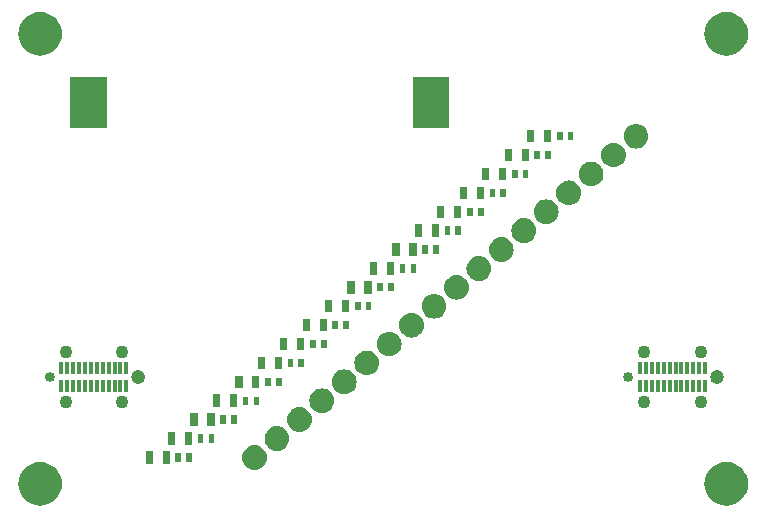
<source format=gbr>
%TF.GenerationSoftware,KiCad,Pcbnew,6.0.10-86aedd382b~118~ubuntu20.04.1*%
%TF.CreationDate,2023-02-21T16:43:21-08:00*%
%TF.ProjectId,CAD,4341442e-6b69-4636-9164-5f7063625858,rev?*%
%TF.SameCoordinates,Original*%
%TF.FileFunction,Soldermask,Top*%
%TF.FilePolarity,Negative*%
%FSLAX46Y46*%
G04 Gerber Fmt 4.6, Leading zero omitted, Abs format (unit mm)*
G04 Created by KiCad (PCBNEW 6.0.10-86aedd382b~118~ubuntu20.04.1) date 2023-02-21 16:43:21*
%MOMM*%
%LPD*%
G01*
G04 APERTURE LIST*
G04 Aperture macros list*
%AMRoundRect*
0 Rectangle with rounded corners*
0 $1 Rounding radius*
0 $2 $3 $4 $5 $6 $7 $8 $9 X,Y pos of 4 corners*
0 Add a 4 corners polygon primitive as box body*
4,1,4,$2,$3,$4,$5,$6,$7,$8,$9,$2,$3,0*
0 Add four circle primitives for the rounded corners*
1,1,$1+$1,$2,$3*
1,1,$1+$1,$4,$5*
1,1,$1+$1,$6,$7*
1,1,$1+$1,$8,$9*
0 Add four rect primitives between the rounded corners*
20,1,$1+$1,$2,$3,$4,$5,0*
20,1,$1+$1,$4,$5,$6,$7,0*
20,1,$1+$1,$6,$7,$8,$9,0*
20,1,$1+$1,$8,$9,$2,$3,0*%
G04 Aperture macros list end*
%ADD10C,2.402000*%
%ADD11C,0.852013*%
%ADD12C,1.202025*%
%ADD13C,1.102000*%
%ADD14RoundRect,0.051000X-0.150000X-0.475006X0.150000X-0.475006X0.150000X0.475006X-0.150000X0.475006X0*%
%ADD15RoundRect,0.051000X0.150000X0.475006X-0.150000X0.475006X-0.150000X-0.475006X0.150000X-0.475006X0*%
G04 APERTURE END LIST*
%TO.C,LED3*%
G36*
X123787132Y-122139286D02*
G01*
X123175000Y-122139286D01*
X123175000Y-121089286D01*
X123787132Y-121089286D01*
X123787132Y-122139286D01*
G37*
G36*
X125225000Y-122139286D02*
G01*
X124612868Y-122139286D01*
X124612868Y-121089286D01*
X125225000Y-121089286D01*
X125225000Y-122139286D01*
G37*
%TO.C,R7*%
G36*
X134700000Y-115564286D02*
G01*
X134219722Y-115564286D01*
X134219722Y-114864286D01*
X134700000Y-114864286D01*
X134700000Y-115564286D01*
G37*
G36*
X133780278Y-115564286D02*
G01*
X133300000Y-115564286D01*
X133300000Y-114864286D01*
X133780278Y-114864286D01*
X133780278Y-115564286D01*
G37*
%TO.C,R11*%
G36*
X142300000Y-109164286D02*
G01*
X141819722Y-109164286D01*
X141819722Y-108464286D01*
X142300000Y-108464286D01*
X142300000Y-109164286D01*
G37*
G36*
X141380278Y-109164286D02*
G01*
X140900000Y-109164286D01*
X140900000Y-108464286D01*
X141380278Y-108464286D01*
X141380278Y-109164286D01*
G37*
%TO.C,R16*%
G36*
X150880278Y-101164286D02*
G01*
X150400000Y-101164286D01*
X150400000Y-100464286D01*
X150880278Y-100464286D01*
X150880278Y-101164286D01*
G37*
G36*
X151800000Y-101164286D02*
G01*
X151319722Y-101164286D01*
X151319722Y-100464286D01*
X151800000Y-100464286D01*
X151800000Y-101164286D01*
G37*
%TO.C,*%
G36*
X155404845Y-101384461D02*
G01*
X155601818Y-101444212D01*
X155783349Y-101541243D01*
X155942462Y-101671824D01*
X156073043Y-101830937D01*
X156170074Y-102012468D01*
X156229825Y-102209441D01*
X156250000Y-102414286D01*
X156229825Y-102619131D01*
X156170074Y-102816104D01*
X156073043Y-102997635D01*
X155942462Y-103156748D01*
X155783349Y-103287329D01*
X155601818Y-103384360D01*
X155404845Y-103444111D01*
X155200000Y-103464286D01*
X154995155Y-103444111D01*
X154798182Y-103384360D01*
X154616651Y-103287329D01*
X154457538Y-103156748D01*
X154326957Y-102997635D01*
X154229926Y-102816104D01*
X154170175Y-102619131D01*
X154150000Y-102414286D01*
X154170175Y-102209441D01*
X154229926Y-102012468D01*
X154326957Y-101830937D01*
X154457538Y-101671824D01*
X154616651Y-101541243D01*
X154798182Y-101444212D01*
X154995155Y-101384461D01*
X155200000Y-101364286D01*
X155404845Y-101384461D01*
G37*
%TO.C,LED1*%
G36*
X121425000Y-125339286D02*
G01*
X120812868Y-125339286D01*
X120812868Y-124289286D01*
X121425000Y-124289286D01*
X121425000Y-125339286D01*
G37*
G36*
X119987132Y-125339286D02*
G01*
X119375000Y-125339286D01*
X119375000Y-124289286D01*
X119987132Y-124289286D01*
X119987132Y-125339286D01*
G37*
%TO.C,R1*%
G36*
X123300000Y-125164286D02*
G01*
X122819722Y-125164286D01*
X122819722Y-124464286D01*
X123300000Y-124464286D01*
X123300000Y-125164286D01*
G37*
G36*
X122380278Y-125164286D02*
G01*
X121900000Y-125164286D01*
X121900000Y-124464286D01*
X122380278Y-124464286D01*
X122380278Y-125164286D01*
G37*
%TO.C,*%
G36*
X130704845Y-122184461D02*
G01*
X130901818Y-122244212D01*
X131083349Y-122341243D01*
X131242462Y-122471824D01*
X131373043Y-122630937D01*
X131470074Y-122812468D01*
X131529825Y-123009441D01*
X131550000Y-123214286D01*
X131529825Y-123419131D01*
X131470074Y-123616104D01*
X131373043Y-123797635D01*
X131242462Y-123956748D01*
X131083349Y-124087329D01*
X130901818Y-124184360D01*
X130704845Y-124244111D01*
X130500000Y-124264286D01*
X130295155Y-124244111D01*
X130098182Y-124184360D01*
X129916651Y-124087329D01*
X129757538Y-123956748D01*
X129626957Y-123797635D01*
X129529926Y-123616104D01*
X129470175Y-123419131D01*
X129450000Y-123214286D01*
X129470175Y-123009441D01*
X129529926Y-122812468D01*
X129626957Y-122630937D01*
X129757538Y-122471824D01*
X129916651Y-122341243D01*
X130098182Y-122244212D01*
X130295155Y-122184461D01*
X130500000Y-122164286D01*
X130704845Y-122184461D01*
G37*
G36*
X153504845Y-102984461D02*
G01*
X153701818Y-103044212D01*
X153883349Y-103141243D01*
X154042462Y-103271824D01*
X154173043Y-103430937D01*
X154270074Y-103612468D01*
X154329825Y-103809441D01*
X154350000Y-104014286D01*
X154329825Y-104219131D01*
X154270074Y-104416104D01*
X154173043Y-104597635D01*
X154042462Y-104756748D01*
X153883349Y-104887329D01*
X153701818Y-104984360D01*
X153504845Y-105044111D01*
X153300000Y-105064286D01*
X153095155Y-105044111D01*
X152898182Y-104984360D01*
X152716651Y-104887329D01*
X152557538Y-104756748D01*
X152426957Y-104597635D01*
X152329926Y-104416104D01*
X152270175Y-104219131D01*
X152250000Y-104014286D01*
X152270175Y-103809441D01*
X152329926Y-103612468D01*
X152426957Y-103430937D01*
X152557538Y-103271824D01*
X152716651Y-103141243D01*
X152898182Y-103044212D01*
X153095155Y-102984461D01*
X153300000Y-102964286D01*
X153504845Y-102984461D01*
G37*
%TO.C,R5*%
G36*
X129980278Y-118764286D02*
G01*
X129500000Y-118764286D01*
X129500000Y-118064286D01*
X129980278Y-118064286D01*
X129980278Y-118764286D01*
G37*
G36*
X130900000Y-118764286D02*
G01*
X130419722Y-118764286D01*
X130419722Y-118064286D01*
X130900000Y-118064286D01*
X130900000Y-118764286D01*
G37*
%TO.C,LED7*%
G36*
X132825000Y-115739286D02*
G01*
X132212868Y-115739286D01*
X132212868Y-114689286D01*
X132825000Y-114689286D01*
X132825000Y-115739286D01*
G37*
G36*
X131387132Y-115739286D02*
G01*
X130775000Y-115739286D01*
X130775000Y-114689286D01*
X131387132Y-114689286D01*
X131387132Y-115739286D01*
G37*
%TO.C,LED15*%
G36*
X146587132Y-102939286D02*
G01*
X145975000Y-102939286D01*
X145975000Y-101889286D01*
X146587132Y-101889286D01*
X146587132Y-102939286D01*
G37*
G36*
X148025000Y-102939286D02*
G01*
X147412868Y-102939286D01*
X147412868Y-101889286D01*
X148025000Y-101889286D01*
X148025000Y-102939286D01*
G37*
%TO.C,*%
G36*
X136404845Y-117384461D02*
G01*
X136601818Y-117444212D01*
X136783349Y-117541243D01*
X136942462Y-117671824D01*
X137073043Y-117830937D01*
X137170074Y-118012468D01*
X137229825Y-118209441D01*
X137250000Y-118414286D01*
X137229825Y-118619131D01*
X137170074Y-118816104D01*
X137073043Y-118997635D01*
X136942462Y-119156748D01*
X136783349Y-119287329D01*
X136601818Y-119384360D01*
X136404845Y-119444111D01*
X136200000Y-119464286D01*
X135995155Y-119444111D01*
X135798182Y-119384360D01*
X135616651Y-119287329D01*
X135457538Y-119156748D01*
X135326957Y-118997635D01*
X135229926Y-118816104D01*
X135170175Y-118619131D01*
X135150000Y-118414286D01*
X135170175Y-118209441D01*
X135229926Y-118012468D01*
X135326957Y-117830937D01*
X135457538Y-117671824D01*
X135616651Y-117541243D01*
X135798182Y-117444212D01*
X135995155Y-117384461D01*
X136200000Y-117364286D01*
X136404845Y-117384461D01*
G37*
G36*
X149704845Y-106184461D02*
G01*
X149901818Y-106244212D01*
X150083349Y-106341243D01*
X150242462Y-106471824D01*
X150373043Y-106630937D01*
X150470074Y-106812468D01*
X150529825Y-107009441D01*
X150550000Y-107214286D01*
X150529825Y-107419131D01*
X150470074Y-107616104D01*
X150373043Y-107797635D01*
X150242462Y-107956748D01*
X150083349Y-108087329D01*
X149901818Y-108184360D01*
X149704845Y-108244111D01*
X149500000Y-108264286D01*
X149295155Y-108244111D01*
X149098182Y-108184360D01*
X148916651Y-108087329D01*
X148757538Y-107956748D01*
X148626957Y-107797635D01*
X148529926Y-107616104D01*
X148470175Y-107419131D01*
X148450000Y-107214286D01*
X148470175Y-107009441D01*
X148529926Y-106812468D01*
X148626957Y-106630937D01*
X148757538Y-106471824D01*
X148916651Y-106341243D01*
X149098182Y-106244212D01*
X149295155Y-106184461D01*
X149500000Y-106164286D01*
X149704845Y-106184461D01*
G37*
%TO.C,R14*%
G36*
X147080278Y-104364286D02*
G01*
X146600000Y-104364286D01*
X146600000Y-103664286D01*
X147080278Y-103664286D01*
X147080278Y-104364286D01*
G37*
G36*
X148000000Y-104364286D02*
G01*
X147519722Y-104364286D01*
X147519722Y-103664286D01*
X148000000Y-103664286D01*
X148000000Y-104364286D01*
G37*
%TO.C,*%
G36*
X159204845Y-98184461D02*
G01*
X159401818Y-98244212D01*
X159583349Y-98341243D01*
X159742462Y-98471824D01*
X159873043Y-98630937D01*
X159970074Y-98812468D01*
X160029825Y-99009441D01*
X160050000Y-99214286D01*
X160029825Y-99419131D01*
X159970074Y-99616104D01*
X159873043Y-99797635D01*
X159742462Y-99956748D01*
X159583349Y-100087329D01*
X159401818Y-100184360D01*
X159204845Y-100244111D01*
X159000000Y-100264286D01*
X158795155Y-100244111D01*
X158598182Y-100184360D01*
X158416651Y-100087329D01*
X158257538Y-99956748D01*
X158126957Y-99797635D01*
X158029926Y-99616104D01*
X157970175Y-99419131D01*
X157950000Y-99214286D01*
X157970175Y-99009441D01*
X158029926Y-98812468D01*
X158126957Y-98630937D01*
X158257538Y-98471824D01*
X158416651Y-98341243D01*
X158598182Y-98244212D01*
X158795155Y-98184461D01*
X159000000Y-98164286D01*
X159204845Y-98184461D01*
G37*
%TO.C,LED5*%
G36*
X127587132Y-118939286D02*
G01*
X126975000Y-118939286D01*
X126975000Y-117889286D01*
X127587132Y-117889286D01*
X127587132Y-118939286D01*
G37*
G36*
X129025000Y-118939286D02*
G01*
X128412868Y-118939286D01*
X128412868Y-117889286D01*
X129025000Y-117889286D01*
X129025000Y-118939286D01*
G37*
%TO.C,LED4*%
G36*
X127125000Y-120539286D02*
G01*
X126512868Y-120539286D01*
X126512868Y-119489286D01*
X127125000Y-119489286D01*
X127125000Y-120539286D01*
G37*
G36*
X125687132Y-120539286D02*
G01*
X125075000Y-120539286D01*
X125075000Y-119489286D01*
X125687132Y-119489286D01*
X125687132Y-120539286D01*
G37*
%TO.C,*%
G36*
X140204845Y-114184461D02*
G01*
X140401818Y-114244212D01*
X140583349Y-114341243D01*
X140742462Y-114471824D01*
X140873043Y-114630937D01*
X140970074Y-114812468D01*
X141029825Y-115009441D01*
X141050000Y-115214286D01*
X141029825Y-115419131D01*
X140970074Y-115616104D01*
X140873043Y-115797635D01*
X140742462Y-115956748D01*
X140583349Y-116087329D01*
X140401818Y-116184360D01*
X140204845Y-116244111D01*
X140000000Y-116264286D01*
X139795155Y-116244111D01*
X139598182Y-116184360D01*
X139416651Y-116087329D01*
X139257538Y-115956748D01*
X139126957Y-115797635D01*
X139029926Y-115616104D01*
X138970175Y-115419131D01*
X138950000Y-115214286D01*
X138970175Y-115009441D01*
X139029926Y-114812468D01*
X139126957Y-114630937D01*
X139257538Y-114471824D01*
X139416651Y-114341243D01*
X139598182Y-114244212D01*
X139795155Y-114184461D01*
X140000000Y-114164286D01*
X140204845Y-114184461D01*
G37*
%TO.C,LED13*%
G36*
X142787132Y-106139286D02*
G01*
X142175000Y-106139286D01*
X142175000Y-105089286D01*
X142787132Y-105089286D01*
X142787132Y-106139286D01*
G37*
G36*
X144225000Y-106139286D02*
G01*
X143612868Y-106139286D01*
X143612868Y-105089286D01*
X144225000Y-105089286D01*
X144225000Y-106139286D01*
G37*
%TO.C,LED2*%
G36*
X123325000Y-123739286D02*
G01*
X122712868Y-123739286D01*
X122712868Y-122689286D01*
X123325000Y-122689286D01*
X123325000Y-123739286D01*
G37*
G36*
X121887132Y-123739286D02*
G01*
X121275000Y-123739286D01*
X121275000Y-122689286D01*
X121887132Y-122689286D01*
X121887132Y-123739286D01*
G37*
%TO.C,LED9*%
G36*
X135187132Y-112539286D02*
G01*
X134575000Y-112539286D01*
X134575000Y-111489286D01*
X135187132Y-111489286D01*
X135187132Y-112539286D01*
G37*
G36*
X136625000Y-112539286D02*
G01*
X136012868Y-112539286D01*
X136012868Y-111489286D01*
X136625000Y-111489286D01*
X136625000Y-112539286D01*
G37*
%TO.C,R2*%
G36*
X124280278Y-123564286D02*
G01*
X123800000Y-123564286D01*
X123800000Y-122864286D01*
X124280278Y-122864286D01*
X124280278Y-123564286D01*
G37*
G36*
X125200000Y-123564286D02*
G01*
X124719722Y-123564286D01*
X124719722Y-122864286D01*
X125200000Y-122864286D01*
X125200000Y-123564286D01*
G37*
%TO.C,*%
G36*
X161104845Y-96584461D02*
G01*
X161301818Y-96644212D01*
X161483349Y-96741243D01*
X161642462Y-96871824D01*
X161773043Y-97030937D01*
X161870074Y-97212468D01*
X161929825Y-97409441D01*
X161950000Y-97614286D01*
X161929825Y-97819131D01*
X161870074Y-98016104D01*
X161773043Y-98197635D01*
X161642462Y-98356748D01*
X161483349Y-98487329D01*
X161301818Y-98584360D01*
X161104845Y-98644111D01*
X160900000Y-98664286D01*
X160695155Y-98644111D01*
X160498182Y-98584360D01*
X160316651Y-98487329D01*
X160157538Y-98356748D01*
X160026957Y-98197635D01*
X159929926Y-98016104D01*
X159870175Y-97819131D01*
X159850000Y-97614286D01*
X159870175Y-97409441D01*
X159929926Y-97212468D01*
X160026957Y-97030937D01*
X160157538Y-96871824D01*
X160316651Y-96741243D01*
X160498182Y-96644212D01*
X160695155Y-96584461D01*
X160900000Y-96564286D01*
X161104845Y-96584461D01*
G37*
%TO.C,LED16*%
G36*
X148487132Y-101339286D02*
G01*
X147875000Y-101339286D01*
X147875000Y-100289286D01*
X148487132Y-100289286D01*
X148487132Y-101339286D01*
G37*
G36*
X149925000Y-101339286D02*
G01*
X149312868Y-101339286D01*
X149312868Y-100289286D01*
X149925000Y-100289286D01*
X149925000Y-101339286D01*
G37*
%TO.C,B1*%
G36*
X116082000Y-96892000D02*
G01*
X112982000Y-96892000D01*
X112982000Y-92592000D01*
X116082000Y-92592000D01*
X116082000Y-96892000D01*
G37*
G36*
X145082000Y-96892000D02*
G01*
X141982000Y-96892000D01*
X141982000Y-92592000D01*
X145082000Y-92592000D01*
X145082000Y-96892000D01*
G37*
%TO.C,*%
G36*
X132604845Y-120584461D02*
G01*
X132801818Y-120644212D01*
X132983349Y-120741243D01*
X133142462Y-120871824D01*
X133273043Y-121030937D01*
X133370074Y-121212468D01*
X133429825Y-121409441D01*
X133450000Y-121614286D01*
X133429825Y-121819131D01*
X133370074Y-122016104D01*
X133273043Y-122197635D01*
X133142462Y-122356748D01*
X132983349Y-122487329D01*
X132801818Y-122584360D01*
X132604845Y-122644111D01*
X132400000Y-122664286D01*
X132195155Y-122644111D01*
X131998182Y-122584360D01*
X131816651Y-122487329D01*
X131657538Y-122356748D01*
X131526957Y-122197635D01*
X131429926Y-122016104D01*
X131370175Y-121819131D01*
X131350000Y-121614286D01*
X131370175Y-121409441D01*
X131429926Y-121212468D01*
X131526957Y-121030937D01*
X131657538Y-120871824D01*
X131816651Y-120741243D01*
X131998182Y-120644212D01*
X132195155Y-120584461D01*
X132400000Y-120564286D01*
X132604845Y-120584461D01*
G37*
%TO.C,R9*%
G36*
X138500000Y-112364286D02*
G01*
X138019722Y-112364286D01*
X138019722Y-111664286D01*
X138500000Y-111664286D01*
X138500000Y-112364286D01*
G37*
G36*
X137580278Y-112364286D02*
G01*
X137100000Y-112364286D01*
X137100000Y-111664286D01*
X137580278Y-111664286D01*
X137580278Y-112364286D01*
G37*
%TO.C,*%
G36*
X157304845Y-99784461D02*
G01*
X157501818Y-99844212D01*
X157683349Y-99941243D01*
X157842462Y-100071824D01*
X157973043Y-100230937D01*
X158070074Y-100412468D01*
X158129825Y-100609441D01*
X158150000Y-100814286D01*
X158129825Y-101019131D01*
X158070074Y-101216104D01*
X157973043Y-101397635D01*
X157842462Y-101556748D01*
X157683349Y-101687329D01*
X157501818Y-101784360D01*
X157304845Y-101844111D01*
X157100000Y-101864286D01*
X156895155Y-101844111D01*
X156698182Y-101784360D01*
X156516651Y-101687329D01*
X156357538Y-101556748D01*
X156226957Y-101397635D01*
X156129926Y-101216104D01*
X156070175Y-101019131D01*
X156050000Y-100814286D01*
X156070175Y-100609441D01*
X156129926Y-100412468D01*
X156226957Y-100230937D01*
X156357538Y-100071824D01*
X156516651Y-99941243D01*
X156698182Y-99844212D01*
X156895155Y-99784461D01*
X157100000Y-99764286D01*
X157304845Y-99784461D01*
G37*
%TO.C,R3*%
G36*
X126180278Y-121964286D02*
G01*
X125700000Y-121964286D01*
X125700000Y-121264286D01*
X126180278Y-121264286D01*
X126180278Y-121964286D01*
G37*
G36*
X127100000Y-121964286D02*
G01*
X126619722Y-121964286D01*
X126619722Y-121264286D01*
X127100000Y-121264286D01*
X127100000Y-121964286D01*
G37*
%TO.C,LED8*%
G36*
X134725000Y-114139286D02*
G01*
X134112868Y-114139286D01*
X134112868Y-113089286D01*
X134725000Y-113089286D01*
X134725000Y-114139286D01*
G37*
G36*
X133287132Y-114139286D02*
G01*
X132675000Y-114139286D01*
X132675000Y-113089286D01*
X133287132Y-113089286D01*
X133287132Y-114139286D01*
G37*
%TO.C,*%
G36*
X128804845Y-123784461D02*
G01*
X129001818Y-123844212D01*
X129183349Y-123941243D01*
X129342462Y-124071824D01*
X129473043Y-124230937D01*
X129570074Y-124412468D01*
X129629825Y-124609441D01*
X129650000Y-124814286D01*
X129629825Y-125019131D01*
X129570074Y-125216104D01*
X129473043Y-125397635D01*
X129342462Y-125556748D01*
X129183349Y-125687329D01*
X129001818Y-125784360D01*
X128804845Y-125844111D01*
X128600000Y-125864286D01*
X128395155Y-125844111D01*
X128198182Y-125784360D01*
X128016651Y-125687329D01*
X127857538Y-125556748D01*
X127726957Y-125397635D01*
X127629926Y-125216104D01*
X127570175Y-125019131D01*
X127550000Y-124814286D01*
X127570175Y-124609441D01*
X127629926Y-124412468D01*
X127726957Y-124230937D01*
X127857538Y-124071824D01*
X128016651Y-123941243D01*
X128198182Y-123844212D01*
X128395155Y-123784461D01*
X128600000Y-123764286D01*
X128804845Y-123784461D01*
G37*
%TO.C,LED6*%
G36*
X129487132Y-117339286D02*
G01*
X128875000Y-117339286D01*
X128875000Y-116289286D01*
X129487132Y-116289286D01*
X129487132Y-117339286D01*
G37*
G36*
X130925000Y-117339286D02*
G01*
X130312868Y-117339286D01*
X130312868Y-116289286D01*
X130925000Y-116289286D01*
X130925000Y-117339286D01*
G37*
%TO.C,R12*%
G36*
X144200000Y-107564286D02*
G01*
X143719722Y-107564286D01*
X143719722Y-106864286D01*
X144200000Y-106864286D01*
X144200000Y-107564286D01*
G37*
G36*
X143280278Y-107564286D02*
G01*
X142800000Y-107564286D01*
X142800000Y-106864286D01*
X143280278Y-106864286D01*
X143280278Y-107564286D01*
G37*
%TO.C,LED18*%
G36*
X152287132Y-98139286D02*
G01*
X151675000Y-98139286D01*
X151675000Y-97089286D01*
X152287132Y-97089286D01*
X152287132Y-98139286D01*
G37*
G36*
X153725000Y-98139286D02*
G01*
X153112868Y-98139286D01*
X153112868Y-97089286D01*
X153725000Y-97089286D01*
X153725000Y-98139286D01*
G37*
%TO.C,LED17*%
G36*
X150387132Y-99739286D02*
G01*
X149775000Y-99739286D01*
X149775000Y-98689286D01*
X150387132Y-98689286D01*
X150387132Y-99739286D01*
G37*
G36*
X151825000Y-99739286D02*
G01*
X151212868Y-99739286D01*
X151212868Y-98689286D01*
X151825000Y-98689286D01*
X151825000Y-99739286D01*
G37*
%TO.C,LED10*%
G36*
X137087132Y-110939286D02*
G01*
X136475000Y-110939286D01*
X136475000Y-109889286D01*
X137087132Y-109889286D01*
X137087132Y-110939286D01*
G37*
G36*
X138525000Y-110939286D02*
G01*
X137912868Y-110939286D01*
X137912868Y-109889286D01*
X138525000Y-109889286D01*
X138525000Y-110939286D01*
G37*
%TO.C,*%
G36*
X110810917Y-125235547D02*
G01*
X111157964Y-125340823D01*
X111477805Y-125511781D01*
X111758148Y-125741852D01*
X111988219Y-126022195D01*
X112159177Y-126342036D01*
X112264453Y-126689083D01*
X112300000Y-127050000D01*
X112264453Y-127410917D01*
X112159177Y-127757964D01*
X111988219Y-128077805D01*
X111758148Y-128358148D01*
X111477805Y-128588219D01*
X111157964Y-128759177D01*
X110810917Y-128864453D01*
X110450000Y-128900000D01*
X110089083Y-128864453D01*
X109742036Y-128759177D01*
X109422195Y-128588219D01*
X109141852Y-128358148D01*
X108911781Y-128077805D01*
X108740823Y-127757964D01*
X108635547Y-127410917D01*
X108600000Y-127050000D01*
X108635547Y-126689083D01*
X108740823Y-126342036D01*
X108911781Y-126022195D01*
X109141852Y-125741852D01*
X109422195Y-125511781D01*
X109742036Y-125340823D01*
X110089083Y-125235547D01*
X110450000Y-125200000D01*
X110810917Y-125235547D01*
G37*
%TO.C,R10*%
G36*
X139480278Y-110764286D02*
G01*
X139000000Y-110764286D01*
X139000000Y-110064286D01*
X139480278Y-110064286D01*
X139480278Y-110764286D01*
G37*
G36*
X140400000Y-110764286D02*
G01*
X139919722Y-110764286D01*
X139919722Y-110064286D01*
X140400000Y-110064286D01*
X140400000Y-110764286D01*
G37*
%TO.C,*%
G36*
X168910917Y-125235547D02*
G01*
X169257964Y-125340823D01*
X169577805Y-125511781D01*
X169858148Y-125741852D01*
X170088219Y-126022195D01*
X170259177Y-126342036D01*
X170364453Y-126689083D01*
X170400000Y-127050000D01*
X170364453Y-127410917D01*
X170259177Y-127757964D01*
X170088219Y-128077805D01*
X169858148Y-128358148D01*
X169577805Y-128588219D01*
X169257964Y-128759177D01*
X168910917Y-128864453D01*
X168550000Y-128900000D01*
X168189083Y-128864453D01*
X167842036Y-128759177D01*
X167522195Y-128588219D01*
X167241852Y-128358148D01*
X167011781Y-128077805D01*
X166840823Y-127757964D01*
X166735547Y-127410917D01*
X166700000Y-127050000D01*
X166735547Y-126689083D01*
X166840823Y-126342036D01*
X167011781Y-126022195D01*
X167241852Y-125741852D01*
X167522195Y-125511781D01*
X167842036Y-125340823D01*
X168189083Y-125235547D01*
X168550000Y-125200000D01*
X168910917Y-125235547D01*
G37*
%TO.C,LED14*%
G36*
X144687132Y-104539286D02*
G01*
X144075000Y-104539286D01*
X144075000Y-103489286D01*
X144687132Y-103489286D01*
X144687132Y-104539286D01*
G37*
G36*
X146125000Y-104539286D02*
G01*
X145512868Y-104539286D01*
X145512868Y-103489286D01*
X146125000Y-103489286D01*
X146125000Y-104539286D01*
G37*
%TO.C,R17*%
G36*
X152780278Y-99564286D02*
G01*
X152300000Y-99564286D01*
X152300000Y-98864286D01*
X152780278Y-98864286D01*
X152780278Y-99564286D01*
G37*
G36*
X153700000Y-99564286D02*
G01*
X153219722Y-99564286D01*
X153219722Y-98864286D01*
X153700000Y-98864286D01*
X153700000Y-99564286D01*
G37*
%TO.C,R18*%
G36*
X154680278Y-97964286D02*
G01*
X154200000Y-97964286D01*
X154200000Y-97264286D01*
X154680278Y-97264286D01*
X154680278Y-97964286D01*
G37*
G36*
X155600000Y-97964286D02*
G01*
X155119722Y-97964286D01*
X155119722Y-97264286D01*
X155600000Y-97264286D01*
X155600000Y-97964286D01*
G37*
%TO.C,*%
G36*
X138304845Y-115784461D02*
G01*
X138501818Y-115844212D01*
X138683349Y-115941243D01*
X138842462Y-116071824D01*
X138973043Y-116230937D01*
X139070074Y-116412468D01*
X139129825Y-116609441D01*
X139150000Y-116814286D01*
X139129825Y-117019131D01*
X139070074Y-117216104D01*
X138973043Y-117397635D01*
X138842462Y-117556748D01*
X138683349Y-117687329D01*
X138501818Y-117784360D01*
X138304845Y-117844111D01*
X138100000Y-117864286D01*
X137895155Y-117844111D01*
X137698182Y-117784360D01*
X137516651Y-117687329D01*
X137357538Y-117556748D01*
X137226957Y-117397635D01*
X137129926Y-117216104D01*
X137070175Y-117019131D01*
X137050000Y-116814286D01*
X137070175Y-116609441D01*
X137129926Y-116412468D01*
X137226957Y-116230937D01*
X137357538Y-116071824D01*
X137516651Y-115941243D01*
X137698182Y-115844212D01*
X137895155Y-115784461D01*
X138100000Y-115764286D01*
X138304845Y-115784461D01*
G37*
%TO.C,J2*%
G36*
X167858356Y-117463096D02*
G01*
X167961535Y-117494395D01*
X168056625Y-117545221D01*
X168139972Y-117613622D01*
X168208373Y-117696969D01*
X168259199Y-117792059D01*
X168290498Y-117895238D01*
X168301067Y-118002540D01*
X168290498Y-118109842D01*
X168259199Y-118213021D01*
X168208373Y-118308111D01*
X168139972Y-118391458D01*
X168056625Y-118459859D01*
X167961535Y-118510685D01*
X167858356Y-118541984D01*
X167751054Y-118552553D01*
X167643752Y-118541984D01*
X167540573Y-118510685D01*
X167445483Y-118459859D01*
X167362136Y-118391458D01*
X167293735Y-118308111D01*
X167242909Y-118213021D01*
X167211610Y-118109842D01*
X167201042Y-118002540D01*
X167211610Y-117895238D01*
X167242909Y-117792059D01*
X167293735Y-117696969D01*
X167362136Y-117613622D01*
X167445483Y-117545221D01*
X167540573Y-117494395D01*
X167643752Y-117463096D01*
X167751054Y-117452527D01*
X167858356Y-117463096D01*
G37*
G36*
X160324087Y-117632199D02*
G01*
X160394436Y-117653539D01*
X160459269Y-117688193D01*
X160516097Y-117734830D01*
X160562734Y-117791658D01*
X160597388Y-117856491D01*
X160618728Y-117926840D01*
X160625933Y-118000000D01*
X160618728Y-118073160D01*
X160597388Y-118143509D01*
X160562734Y-118208342D01*
X160516097Y-118265170D01*
X160459269Y-118311807D01*
X160394436Y-118346461D01*
X160324087Y-118367801D01*
X160250927Y-118375007D01*
X160177767Y-118367801D01*
X160107418Y-118346461D01*
X160042585Y-118311807D01*
X159985757Y-118265170D01*
X159939120Y-118208342D01*
X159904466Y-118143509D01*
X159883126Y-118073160D01*
X159875921Y-118000000D01*
X159883126Y-117926840D01*
X159904466Y-117856491D01*
X159939120Y-117791658D01*
X159985757Y-117734830D01*
X160042585Y-117688193D01*
X160107418Y-117653539D01*
X160177767Y-117632199D01*
X160250927Y-117624993D01*
X160324087Y-117632199D01*
G37*
%TO.C,R13*%
G36*
X145180278Y-105964286D02*
G01*
X144700000Y-105964286D01*
X144700000Y-105264286D01*
X145180278Y-105264286D01*
X145180278Y-105964286D01*
G37*
G36*
X146100000Y-105964286D02*
G01*
X145619722Y-105964286D01*
X145619722Y-105264286D01*
X146100000Y-105264286D01*
X146100000Y-105964286D01*
G37*
%TO.C,R8*%
G36*
X135680278Y-113964286D02*
G01*
X135200000Y-113964286D01*
X135200000Y-113264286D01*
X135680278Y-113264286D01*
X135680278Y-113964286D01*
G37*
G36*
X136600000Y-113964286D02*
G01*
X136119722Y-113964286D01*
X136119722Y-113264286D01*
X136600000Y-113264286D01*
X136600000Y-113964286D01*
G37*
%TO.C,*%
G36*
X151604845Y-104584461D02*
G01*
X151801818Y-104644212D01*
X151983349Y-104741243D01*
X152142462Y-104871824D01*
X152273043Y-105030937D01*
X152370074Y-105212468D01*
X152429825Y-105409441D01*
X152450000Y-105614286D01*
X152429825Y-105819131D01*
X152370074Y-106016104D01*
X152273043Y-106197635D01*
X152142462Y-106356748D01*
X151983349Y-106487329D01*
X151801818Y-106584360D01*
X151604845Y-106644111D01*
X151400000Y-106664286D01*
X151195155Y-106644111D01*
X150998182Y-106584360D01*
X150816651Y-106487329D01*
X150657538Y-106356748D01*
X150526957Y-106197635D01*
X150429926Y-106016104D01*
X150370175Y-105819131D01*
X150350000Y-105614286D01*
X150370175Y-105409441D01*
X150429926Y-105212468D01*
X150526957Y-105030937D01*
X150657538Y-104871824D01*
X150816651Y-104741243D01*
X150998182Y-104644212D01*
X151195155Y-104584461D01*
X151400000Y-104564286D01*
X151604845Y-104584461D01*
G37*
%TO.C,J1*%
G36*
X118858356Y-117463096D02*
G01*
X118961535Y-117494395D01*
X119056625Y-117545221D01*
X119139972Y-117613622D01*
X119208373Y-117696969D01*
X119259199Y-117792059D01*
X119290498Y-117895238D01*
X119301067Y-118002540D01*
X119290498Y-118109842D01*
X119259199Y-118213021D01*
X119208373Y-118308111D01*
X119139972Y-118391458D01*
X119056625Y-118459859D01*
X118961535Y-118510685D01*
X118858356Y-118541984D01*
X118751054Y-118552553D01*
X118643752Y-118541984D01*
X118540573Y-118510685D01*
X118445483Y-118459859D01*
X118362136Y-118391458D01*
X118293735Y-118308111D01*
X118242909Y-118213021D01*
X118211610Y-118109842D01*
X118201042Y-118002540D01*
X118211610Y-117895238D01*
X118242909Y-117792059D01*
X118293735Y-117696969D01*
X118362136Y-117613622D01*
X118445483Y-117545221D01*
X118540573Y-117494395D01*
X118643752Y-117463096D01*
X118751054Y-117452527D01*
X118858356Y-117463096D01*
G37*
G36*
X111324087Y-117632199D02*
G01*
X111394436Y-117653539D01*
X111459269Y-117688193D01*
X111516097Y-117734830D01*
X111562734Y-117791658D01*
X111597388Y-117856491D01*
X111618728Y-117926840D01*
X111625933Y-118000000D01*
X111618728Y-118073160D01*
X111597388Y-118143509D01*
X111562734Y-118208342D01*
X111516097Y-118265170D01*
X111459269Y-118311807D01*
X111394436Y-118346461D01*
X111324087Y-118367801D01*
X111250927Y-118375007D01*
X111177767Y-118367801D01*
X111107418Y-118346461D01*
X111042585Y-118311807D01*
X110985757Y-118265170D01*
X110939120Y-118208342D01*
X110904466Y-118143509D01*
X110883126Y-118073160D01*
X110875921Y-118000000D01*
X110883126Y-117926840D01*
X110904466Y-117856491D01*
X110939120Y-117791658D01*
X110985757Y-117734830D01*
X111042585Y-117688193D01*
X111107418Y-117653539D01*
X111177767Y-117632199D01*
X111250927Y-117624993D01*
X111324087Y-117632199D01*
G37*
%TO.C,*%
G36*
X142104845Y-112584461D02*
G01*
X142301818Y-112644212D01*
X142483349Y-112741243D01*
X142642462Y-112871824D01*
X142773043Y-113030937D01*
X142870074Y-113212468D01*
X142929825Y-113409441D01*
X142950000Y-113614286D01*
X142929825Y-113819131D01*
X142870074Y-114016104D01*
X142773043Y-114197635D01*
X142642462Y-114356748D01*
X142483349Y-114487329D01*
X142301818Y-114584360D01*
X142104845Y-114644111D01*
X141900000Y-114664286D01*
X141695155Y-114644111D01*
X141498182Y-114584360D01*
X141316651Y-114487329D01*
X141157538Y-114356748D01*
X141026957Y-114197635D01*
X140929926Y-114016104D01*
X140870175Y-113819131D01*
X140850000Y-113614286D01*
X140870175Y-113409441D01*
X140929926Y-113212468D01*
X141026957Y-113030937D01*
X141157538Y-112871824D01*
X141316651Y-112741243D01*
X141498182Y-112644212D01*
X141695155Y-112584461D01*
X141900000Y-112564286D01*
X142104845Y-112584461D01*
G37*
%TO.C,LED12*%
G36*
X142325000Y-107739286D02*
G01*
X141712868Y-107739286D01*
X141712868Y-106689286D01*
X142325000Y-106689286D01*
X142325000Y-107739286D01*
G37*
G36*
X140887132Y-107739286D02*
G01*
X140275000Y-107739286D01*
X140275000Y-106689286D01*
X140887132Y-106689286D01*
X140887132Y-107739286D01*
G37*
%TO.C,*%
G36*
X134504845Y-118984461D02*
G01*
X134701818Y-119044212D01*
X134883349Y-119141243D01*
X135042462Y-119271824D01*
X135173043Y-119430937D01*
X135270074Y-119612468D01*
X135329825Y-119809441D01*
X135350000Y-120014286D01*
X135329825Y-120219131D01*
X135270074Y-120416104D01*
X135173043Y-120597635D01*
X135042462Y-120756748D01*
X134883349Y-120887329D01*
X134701818Y-120984360D01*
X134504845Y-121044111D01*
X134300000Y-121064286D01*
X134095155Y-121044111D01*
X133898182Y-120984360D01*
X133716651Y-120887329D01*
X133557538Y-120756748D01*
X133426957Y-120597635D01*
X133329926Y-120416104D01*
X133270175Y-120219131D01*
X133250000Y-120014286D01*
X133270175Y-119809441D01*
X133329926Y-119612468D01*
X133426957Y-119430937D01*
X133557538Y-119271824D01*
X133716651Y-119141243D01*
X133898182Y-119044212D01*
X134095155Y-118984461D01*
X134300000Y-118964286D01*
X134504845Y-118984461D01*
G37*
G36*
X110810917Y-87135547D02*
G01*
X111157964Y-87240823D01*
X111477805Y-87411781D01*
X111758148Y-87641852D01*
X111988219Y-87922195D01*
X112159177Y-88242036D01*
X112264453Y-88589083D01*
X112300000Y-88950000D01*
X112264453Y-89310917D01*
X112159177Y-89657964D01*
X111988219Y-89977805D01*
X111758148Y-90258148D01*
X111477805Y-90488219D01*
X111157964Y-90659177D01*
X110810917Y-90764453D01*
X110450000Y-90800000D01*
X110089083Y-90764453D01*
X109742036Y-90659177D01*
X109422195Y-90488219D01*
X109141852Y-90258148D01*
X108911781Y-89977805D01*
X108740823Y-89657964D01*
X108635547Y-89310917D01*
X108600000Y-88950000D01*
X108635547Y-88589083D01*
X108740823Y-88242036D01*
X108911781Y-87922195D01*
X109141852Y-87641852D01*
X109422195Y-87411781D01*
X109742036Y-87240823D01*
X110089083Y-87135547D01*
X110450000Y-87100000D01*
X110810917Y-87135547D01*
G37*
G36*
X168910917Y-87135547D02*
G01*
X169257964Y-87240823D01*
X169577805Y-87411781D01*
X169858148Y-87641852D01*
X170088219Y-87922195D01*
X170259177Y-88242036D01*
X170364453Y-88589083D01*
X170400000Y-88950000D01*
X170364453Y-89310917D01*
X170259177Y-89657964D01*
X170088219Y-89977805D01*
X169858148Y-90258148D01*
X169577805Y-90488219D01*
X169257964Y-90659177D01*
X168910917Y-90764453D01*
X168550000Y-90800000D01*
X168189083Y-90764453D01*
X167842036Y-90659177D01*
X167522195Y-90488219D01*
X167241852Y-90258148D01*
X167011781Y-89977805D01*
X166840823Y-89657964D01*
X166735547Y-89310917D01*
X166700000Y-88950000D01*
X166735547Y-88589083D01*
X166840823Y-88242036D01*
X167011781Y-87922195D01*
X167241852Y-87641852D01*
X167522195Y-87411781D01*
X167842036Y-87240823D01*
X168189083Y-87135547D01*
X168550000Y-87100000D01*
X168910917Y-87135547D01*
G37*
%TO.C,R15*%
G36*
X148980278Y-102764286D02*
G01*
X148500000Y-102764286D01*
X148500000Y-102064286D01*
X148980278Y-102064286D01*
X148980278Y-102764286D01*
G37*
G36*
X149900000Y-102764286D02*
G01*
X149419722Y-102764286D01*
X149419722Y-102064286D01*
X149900000Y-102064286D01*
X149900000Y-102764286D01*
G37*
%TO.C,*%
G36*
X145904845Y-109384461D02*
G01*
X146101818Y-109444212D01*
X146283349Y-109541243D01*
X146442462Y-109671824D01*
X146573043Y-109830937D01*
X146670074Y-110012468D01*
X146729825Y-110209441D01*
X146750000Y-110414286D01*
X146729825Y-110619131D01*
X146670074Y-110816104D01*
X146573043Y-110997635D01*
X146442462Y-111156748D01*
X146283349Y-111287329D01*
X146101818Y-111384360D01*
X145904845Y-111444111D01*
X145700000Y-111464286D01*
X145495155Y-111444111D01*
X145298182Y-111384360D01*
X145116651Y-111287329D01*
X144957538Y-111156748D01*
X144826957Y-110997635D01*
X144729926Y-110816104D01*
X144670175Y-110619131D01*
X144650000Y-110414286D01*
X144670175Y-110209441D01*
X144729926Y-110012468D01*
X144826957Y-109830937D01*
X144957538Y-109671824D01*
X145116651Y-109541243D01*
X145298182Y-109444212D01*
X145495155Y-109384461D01*
X145700000Y-109364286D01*
X145904845Y-109384461D01*
G37*
G36*
X144004845Y-110984461D02*
G01*
X144201818Y-111044212D01*
X144383349Y-111141243D01*
X144542462Y-111271824D01*
X144673043Y-111430937D01*
X144770074Y-111612468D01*
X144829825Y-111809441D01*
X144850000Y-112014286D01*
X144829825Y-112219131D01*
X144770074Y-112416104D01*
X144673043Y-112597635D01*
X144542462Y-112756748D01*
X144383349Y-112887329D01*
X144201818Y-112984360D01*
X144004845Y-113044111D01*
X143800000Y-113064286D01*
X143595155Y-113044111D01*
X143398182Y-112984360D01*
X143216651Y-112887329D01*
X143057538Y-112756748D01*
X142926957Y-112597635D01*
X142829926Y-112416104D01*
X142770175Y-112219131D01*
X142750000Y-112014286D01*
X142770175Y-111809441D01*
X142829926Y-111612468D01*
X142926957Y-111430937D01*
X143057538Y-111271824D01*
X143216651Y-111141243D01*
X143398182Y-111044212D01*
X143595155Y-110984461D01*
X143800000Y-110964286D01*
X144004845Y-110984461D01*
G37*
%TO.C,R4*%
G36*
X129000000Y-120364286D02*
G01*
X128519722Y-120364286D01*
X128519722Y-119664286D01*
X129000000Y-119664286D01*
X129000000Y-120364286D01*
G37*
G36*
X128080278Y-120364286D02*
G01*
X127600000Y-120364286D01*
X127600000Y-119664286D01*
X128080278Y-119664286D01*
X128080278Y-120364286D01*
G37*
%TO.C,R6*%
G36*
X131880278Y-117164286D02*
G01*
X131400000Y-117164286D01*
X131400000Y-116464286D01*
X131880278Y-116464286D01*
X131880278Y-117164286D01*
G37*
G36*
X132800000Y-117164286D02*
G01*
X132319722Y-117164286D01*
X132319722Y-116464286D01*
X132800000Y-116464286D01*
X132800000Y-117164286D01*
G37*
%TO.C,*%
G36*
X147804845Y-107784461D02*
G01*
X148001818Y-107844212D01*
X148183349Y-107941243D01*
X148342462Y-108071824D01*
X148473043Y-108230937D01*
X148570074Y-108412468D01*
X148629825Y-108609441D01*
X148650000Y-108814286D01*
X148629825Y-109019131D01*
X148570074Y-109216104D01*
X148473043Y-109397635D01*
X148342462Y-109556748D01*
X148183349Y-109687329D01*
X148001818Y-109784360D01*
X147804845Y-109844111D01*
X147600000Y-109864286D01*
X147395155Y-109844111D01*
X147198182Y-109784360D01*
X147016651Y-109687329D01*
X146857538Y-109556748D01*
X146726957Y-109397635D01*
X146629926Y-109216104D01*
X146570175Y-109019131D01*
X146550000Y-108814286D01*
X146570175Y-108609441D01*
X146629926Y-108412468D01*
X146726957Y-108230937D01*
X146857538Y-108071824D01*
X147016651Y-107941243D01*
X147198182Y-107844212D01*
X147395155Y-107784461D01*
X147600000Y-107764286D01*
X147804845Y-107784461D01*
G37*
%TO.C,LED11*%
G36*
X140425000Y-109339286D02*
G01*
X139812868Y-109339286D01*
X139812868Y-108289286D01*
X140425000Y-108289286D01*
X140425000Y-109339286D01*
G37*
G36*
X138987132Y-109339286D02*
G01*
X138375000Y-109339286D01*
X138375000Y-108289286D01*
X138987132Y-108289286D01*
X138987132Y-109339286D01*
G37*
%TD*%
D10*
%TO.C,*%
X110450000Y-127050000D03*
%TD*%
%TO.C,*%
X168550000Y-127050000D03*
%TD*%
D11*
%TO.C,J2*%
X160250927Y-118000000D03*
D12*
X167751054Y-118002540D03*
D13*
X166401041Y-115849886D03*
X161600940Y-115849886D03*
X161600940Y-120150114D03*
X166401041Y-120150114D03*
D14*
X161250927Y-117249936D03*
X161751054Y-117249936D03*
X162250927Y-117249936D03*
X162751054Y-117249936D03*
X163250927Y-117249936D03*
X163751054Y-117249936D03*
X164250927Y-117249936D03*
X164751054Y-117249936D03*
X165250927Y-117249936D03*
X165751054Y-117249936D03*
X166250927Y-117249936D03*
X166751054Y-117249936D03*
D15*
X166751080Y-118751588D03*
X166250953Y-118751588D03*
X165751080Y-118751588D03*
X165250953Y-118751588D03*
X164751080Y-118751588D03*
X164250953Y-118751588D03*
X163751080Y-118751588D03*
X163250953Y-118751588D03*
X162751080Y-118751588D03*
X162250953Y-118751588D03*
X161751080Y-118751588D03*
X161250953Y-118751588D03*
%TD*%
D12*
%TO.C,J1*%
X118751054Y-118002540D03*
D11*
X111250927Y-118000000D03*
D13*
X117401041Y-115849886D03*
X112600940Y-115849886D03*
X112600940Y-120150114D03*
X117401041Y-120150114D03*
D14*
X112250927Y-117249936D03*
X112751054Y-117249936D03*
X113250927Y-117249936D03*
X113751054Y-117249936D03*
X114250927Y-117249936D03*
X114751054Y-117249936D03*
X115250927Y-117249936D03*
X115751054Y-117249936D03*
X116250927Y-117249936D03*
X116751054Y-117249936D03*
X117250927Y-117249936D03*
X117751054Y-117249936D03*
D15*
X117751080Y-118751588D03*
X117250953Y-118751588D03*
X116751080Y-118751588D03*
X116250953Y-118751588D03*
X115751080Y-118751588D03*
X115250953Y-118751588D03*
X114751080Y-118751588D03*
X114250953Y-118751588D03*
X113751080Y-118751588D03*
X113250953Y-118751588D03*
X112751080Y-118751588D03*
X112250953Y-118751588D03*
%TD*%
D10*
%TO.C,*%
X110450000Y-88950000D03*
%TD*%
%TO.C,*%
X168550000Y-88950000D03*
%TD*%
M02*

</source>
